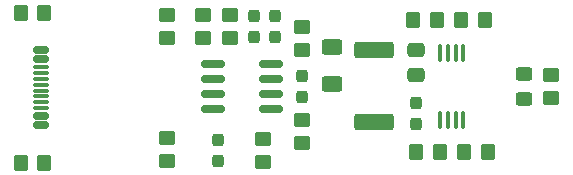
<source format=gbr>
%TF.GenerationSoftware,KiCad,Pcbnew,8.0.6*%
%TF.CreationDate,2025-01-03T23:58:44+00:00*%
%TF.ProjectId,Mini_Ammete,4d696e69-5f41-46d6-9d65-74652e6b6963,rev?*%
%TF.SameCoordinates,Original*%
%TF.FileFunction,Paste,Top*%
%TF.FilePolarity,Positive*%
%FSLAX46Y46*%
G04 Gerber Fmt 4.6, Leading zero omitted, Abs format (unit mm)*
G04 Created by KiCad (PCBNEW 8.0.6) date 2025-01-03 23:58:44*
%MOMM*%
%LPD*%
G01*
G04 APERTURE LIST*
G04 Aperture macros list*
%AMRoundRect*
0 Rectangle with rounded corners*
0 $1 Rounding radius*
0 $2 $3 $4 $5 $6 $7 $8 $9 X,Y pos of 4 corners*
0 Add a 4 corners polygon primitive as box body*
4,1,4,$2,$3,$4,$5,$6,$7,$8,$9,$2,$3,0*
0 Add four circle primitives for the rounded corners*
1,1,$1+$1,$2,$3*
1,1,$1+$1,$4,$5*
1,1,$1+$1,$6,$7*
1,1,$1+$1,$8,$9*
0 Add four rect primitives between the rounded corners*
20,1,$1+$1,$2,$3,$4,$5,0*
20,1,$1+$1,$4,$5,$6,$7,0*
20,1,$1+$1,$6,$7,$8,$9,0*
20,1,$1+$1,$8,$9,$2,$3,0*%
G04 Aperture macros list end*
%ADD10RoundRect,0.250000X0.450000X-0.350000X0.450000X0.350000X-0.450000X0.350000X-0.450000X-0.350000X0*%
%ADD11RoundRect,0.250000X-0.450000X0.350000X-0.450000X-0.350000X0.450000X-0.350000X0.450000X0.350000X0*%
%ADD12RoundRect,0.237500X-0.237500X0.300000X-0.237500X-0.300000X0.237500X-0.300000X0.237500X0.300000X0*%
%ADD13RoundRect,0.250000X0.350000X0.450000X-0.350000X0.450000X-0.350000X-0.450000X0.350000X-0.450000X0*%
%ADD14RoundRect,0.150000X-0.500000X0.150000X-0.500000X-0.150000X0.500000X-0.150000X0.500000X0.150000X0*%
%ADD15RoundRect,0.075000X-0.575000X0.075000X-0.575000X-0.075000X0.575000X-0.075000X0.575000X0.075000X0*%
%ADD16RoundRect,0.237500X0.237500X-0.300000X0.237500X0.300000X-0.237500X0.300000X-0.237500X-0.300000X0*%
%ADD17RoundRect,0.250000X-0.350000X-0.450000X0.350000X-0.450000X0.350000X0.450000X-0.350000X0.450000X0*%
%ADD18RoundRect,0.250000X0.475000X-0.337500X0.475000X0.337500X-0.475000X0.337500X-0.475000X-0.337500X0*%
%ADD19RoundRect,0.100000X-0.100000X0.637500X-0.100000X-0.637500X0.100000X-0.637500X0.100000X0.637500X0*%
%ADD20RoundRect,0.249999X1.425001X-0.450001X1.425001X0.450001X-1.425001X0.450001X-1.425001X-0.450001X0*%
%ADD21RoundRect,0.250000X-0.450000X0.325000X-0.450000X-0.325000X0.450000X-0.325000X0.450000X0.325000X0*%
%ADD22RoundRect,0.250000X0.625000X-0.400000X0.625000X0.400000X-0.625000X0.400000X-0.625000X-0.400000X0*%
%ADD23RoundRect,0.150000X0.825000X0.150000X-0.825000X0.150000X-0.825000X-0.150000X0.825000X-0.150000X0*%
G04 APERTURE END LIST*
D10*
%TO.C,R16*%
X116840000Y-70120000D03*
X116840000Y-72120000D03*
%TD*%
D11*
%TO.C,R13*%
X119888000Y-72120000D03*
X119888000Y-70120000D03*
%TD*%
D12*
%TO.C,C6*%
X124206000Y-70257500D03*
X124206000Y-71982500D03*
%TD*%
D13*
%TO.C,R6*%
X104467000Y-82646000D03*
X106467000Y-82646000D03*
%TD*%
%TO.C,R14*%
X144002000Y-81788000D03*
X142002000Y-81788000D03*
%TD*%
D14*
%TO.C,J1*%
X106166000Y-73096000D03*
X106166000Y-73896000D03*
D15*
X106166000Y-75046000D03*
X106166000Y-76046000D03*
X106166000Y-76546000D03*
X106166000Y-77546000D03*
D14*
X106166000Y-78696000D03*
X106166000Y-79496000D03*
X106166000Y-79496000D03*
X106166000Y-78696000D03*
D15*
X106166000Y-78046000D03*
X106166000Y-77046000D03*
X106166000Y-75546000D03*
X106166000Y-74546000D03*
D14*
X106166000Y-73896000D03*
X106166000Y-73096000D03*
%TD*%
D13*
%TO.C,R11*%
X139954000Y-81788000D03*
X137954000Y-81788000D03*
%TD*%
D16*
%TO.C,C4*%
X121158000Y-80772000D03*
X121158000Y-82497000D03*
%TD*%
D11*
%TO.C,R2*%
X124968000Y-82634500D03*
X124968000Y-80634500D03*
%TD*%
D17*
%TO.C,R8*%
X137700000Y-70612000D03*
X139700000Y-70612000D03*
%TD*%
D10*
%TO.C,R3*%
X128270000Y-81010000D03*
X128270000Y-79010000D03*
%TD*%
D16*
%TO.C,C5*%
X128270000Y-77062500D03*
X128270000Y-75337500D03*
%TD*%
D18*
%TO.C,C1*%
X137922000Y-73130500D03*
X137922000Y-75205500D03*
%TD*%
D13*
%TO.C,R7*%
X104467000Y-69946000D03*
X106467000Y-69946000D03*
%TD*%
D19*
%TO.C,U1*%
X141945000Y-79062500D03*
X141295000Y-79062500D03*
X140645000Y-79062500D03*
X139995000Y-79062500D03*
X139995000Y-73337500D03*
X140645000Y-73337500D03*
X141295000Y-73337500D03*
X141945000Y-73337500D03*
%TD*%
D11*
%TO.C,R4*%
X128270000Y-71136000D03*
X128270000Y-73136000D03*
%TD*%
D20*
%TO.C,R1*%
X134366000Y-79250000D03*
X134366000Y-73150000D03*
%TD*%
D16*
%TO.C,C3*%
X125984000Y-70257500D03*
X125984000Y-71982500D03*
%TD*%
D21*
%TO.C,D1*%
X147066000Y-77225000D03*
X147066000Y-75175000D03*
%TD*%
D10*
%TO.C,R12*%
X149352000Y-75200000D03*
X149352000Y-77200000D03*
%TD*%
D13*
%TO.C,R9*%
X143748000Y-70612000D03*
X141748000Y-70612000D03*
%TD*%
D12*
%TO.C,C2*%
X137922000Y-77623500D03*
X137922000Y-79348500D03*
%TD*%
D11*
%TO.C,R5*%
X116840000Y-80534000D03*
X116840000Y-82534000D03*
%TD*%
D10*
%TO.C,R15*%
X122174000Y-72120000D03*
X122174000Y-70120000D03*
%TD*%
D22*
%TO.C,R10*%
X130810000Y-72872000D03*
X130810000Y-75972000D03*
%TD*%
D23*
%TO.C,U3*%
X120715000Y-78105000D03*
X120715000Y-76835000D03*
X120715000Y-75565000D03*
X120715000Y-74295000D03*
X125665000Y-74295000D03*
X125665000Y-75565000D03*
X125665000Y-76835000D03*
X125665000Y-78105000D03*
%TD*%
M02*

</source>
